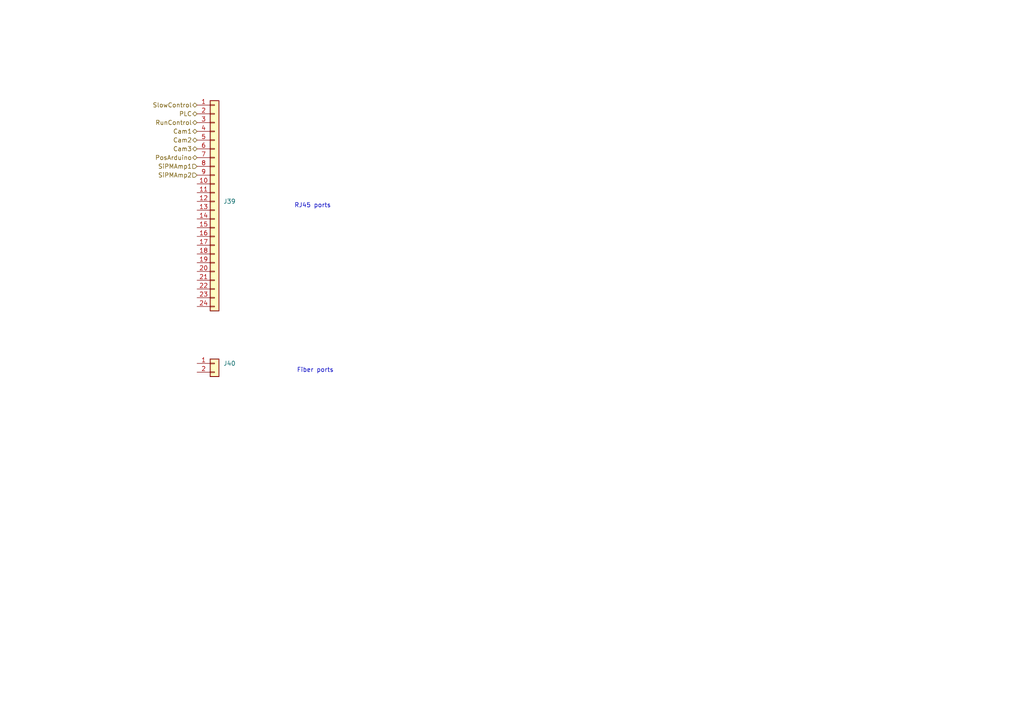
<source format=kicad_sch>
(kicad_sch
	(version 20231120)
	(generator "eeschema")
	(generator_version "8.0")
	(uuid "01f81cf9-3369-491a-b44e-afd2584e68ea")
	(paper "A4")
	(title_block
		(title "Instrumentation wiring drawing")
		(date "2024-06-21")
		(company "SBC")
		(comment 1 "Zhiheng Sheng")
	)
	(lib_symbols
		(symbol "Connector_Generic:Conn_01x02"
			(pin_names
				(offset 1.016) hide)
			(exclude_from_sim no)
			(in_bom yes)
			(on_board yes)
			(property "Reference" "J"
				(at 0 2.54 0)
				(effects
					(font
						(size 1.27 1.27)
					)
				)
			)
			(property "Value" "Conn_01x02"
				(at 0 -5.08 0)
				(effects
					(font
						(size 1.27 1.27)
					)
				)
			)
			(property "Footprint" ""
				(at 0 0 0)
				(effects
					(font
						(size 1.27 1.27)
					)
					(hide yes)
				)
			)
			(property "Datasheet" "~"
				(at 0 0 0)
				(effects
					(font
						(size 1.27 1.27)
					)
					(hide yes)
				)
			)
			(property "Description" "Generic connector, single row, 01x02, script generated (kicad-library-utils/schlib/autogen/connector/)"
				(at 0 0 0)
				(effects
					(font
						(size 1.27 1.27)
					)
					(hide yes)
				)
			)
			(property "ki_keywords" "connector"
				(at 0 0 0)
				(effects
					(font
						(size 1.27 1.27)
					)
					(hide yes)
				)
			)
			(property "ki_fp_filters" "Connector*:*_1x??_*"
				(at 0 0 0)
				(effects
					(font
						(size 1.27 1.27)
					)
					(hide yes)
				)
			)
			(symbol "Conn_01x02_1_1"
				(rectangle
					(start -1.27 -2.413)
					(end 0 -2.667)
					(stroke
						(width 0.1524)
						(type default)
					)
					(fill
						(type none)
					)
				)
				(rectangle
					(start -1.27 0.127)
					(end 0 -0.127)
					(stroke
						(width 0.1524)
						(type default)
					)
					(fill
						(type none)
					)
				)
				(rectangle
					(start -1.27 1.27)
					(end 1.27 -3.81)
					(stroke
						(width 0.254)
						(type default)
					)
					(fill
						(type background)
					)
				)
				(pin passive line
					(at -5.08 0 0)
					(length 3.81)
					(name "Pin_1"
						(effects
							(font
								(size 1.27 1.27)
							)
						)
					)
					(number "1"
						(effects
							(font
								(size 1.27 1.27)
							)
						)
					)
				)
				(pin passive line
					(at -5.08 -2.54 0)
					(length 3.81)
					(name "Pin_2"
						(effects
							(font
								(size 1.27 1.27)
							)
						)
					)
					(number "2"
						(effects
							(font
								(size 1.27 1.27)
							)
						)
					)
				)
			)
		)
		(symbol "Connector_Generic:Conn_01x24"
			(pin_names
				(offset 1.016) hide)
			(exclude_from_sim no)
			(in_bom yes)
			(on_board yes)
			(property "Reference" "J"
				(at 0 30.48 0)
				(effects
					(font
						(size 1.27 1.27)
					)
				)
			)
			(property "Value" "Conn_01x24"
				(at 0 -33.02 0)
				(effects
					(font
						(size 1.27 1.27)
					)
				)
			)
			(property "Footprint" ""
				(at 0 0 0)
				(effects
					(font
						(size 1.27 1.27)
					)
					(hide yes)
				)
			)
			(property "Datasheet" "~"
				(at 0 0 0)
				(effects
					(font
						(size 1.27 1.27)
					)
					(hide yes)
				)
			)
			(property "Description" "Generic connector, single row, 01x24, script generated (kicad-library-utils/schlib/autogen/connector/)"
				(at 0 0 0)
				(effects
					(font
						(size 1.27 1.27)
					)
					(hide yes)
				)
			)
			(property "ki_keywords" "connector"
				(at 0 0 0)
				(effects
					(font
						(size 1.27 1.27)
					)
					(hide yes)
				)
			)
			(property "ki_fp_filters" "Connector*:*_1x??_*"
				(at 0 0 0)
				(effects
					(font
						(size 1.27 1.27)
					)
					(hide yes)
				)
			)
			(symbol "Conn_01x24_1_1"
				(rectangle
					(start -1.27 -30.353)
					(end 0 -30.607)
					(stroke
						(width 0.1524)
						(type default)
					)
					(fill
						(type none)
					)
				)
				(rectangle
					(start -1.27 -27.813)
					(end 0 -28.067)
					(stroke
						(width 0.1524)
						(type default)
					)
					(fill
						(type none)
					)
				)
				(rectangle
					(start -1.27 -25.273)
					(end 0 -25.527)
					(stroke
						(width 0.1524)
						(type default)
					)
					(fill
						(type none)
					)
				)
				(rectangle
					(start -1.27 -22.733)
					(end 0 -22.987)
					(stroke
						(width 0.1524)
						(type default)
					)
					(fill
						(type none)
					)
				)
				(rectangle
					(start -1.27 -20.193)
					(end 0 -20.447)
					(stroke
						(width 0.1524)
						(type default)
					)
					(fill
						(type none)
					)
				)
				(rectangle
					(start -1.27 -17.653)
					(end 0 -17.907)
					(stroke
						(width 0.1524)
						(type default)
					)
					(fill
						(type none)
					)
				)
				(rectangle
					(start -1.27 -15.113)
					(end 0 -15.367)
					(stroke
						(width 0.1524)
						(type default)
					)
					(fill
						(type none)
					)
				)
				(rectangle
					(start -1.27 -12.573)
					(end 0 -12.827)
					(stroke
						(width 0.1524)
						(type default)
					)
					(fill
						(type none)
					)
				)
				(rectangle
					(start -1.27 -10.033)
					(end 0 -10.287)
					(stroke
						(width 0.1524)
						(type default)
					)
					(fill
						(type none)
					)
				)
				(rectangle
					(start -1.27 -7.493)
					(end 0 -7.747)
					(stroke
						(width 0.1524)
						(type default)
					)
					(fill
						(type none)
					)
				)
				(rectangle
					(start -1.27 -4.953)
					(end 0 -5.207)
					(stroke
						(width 0.1524)
						(type default)
					)
					(fill
						(type none)
					)
				)
				(rectangle
					(start -1.27 -2.413)
					(end 0 -2.667)
					(stroke
						(width 0.1524)
						(type default)
					)
					(fill
						(type none)
					)
				)
				(rectangle
					(start -1.27 0.127)
					(end 0 -0.127)
					(stroke
						(width 0.1524)
						(type default)
					)
					(fill
						(type none)
					)
				)
				(rectangle
					(start -1.27 2.667)
					(end 0 2.413)
					(stroke
						(width 0.1524)
						(type default)
					)
					(fill
						(type none)
					)
				)
				(rectangle
					(start -1.27 5.207)
					(end 0 4.953)
					(stroke
						(width 0.1524)
						(type default)
					)
					(fill
						(type none)
					)
				)
				(rectangle
					(start -1.27 7.747)
					(end 0 7.493)
					(stroke
						(width 0.1524)
						(type default)
					)
					(fill
						(type none)
					)
				)
				(rectangle
					(start -1.27 10.287)
					(end 0 10.033)
					(stroke
						(width 0.1524)
						(type default)
					)
					(fill
						(type none)
					)
				)
				(rectangle
					(start -1.27 12.827)
					(end 0 12.573)
					(stroke
						(width 0.1524)
						(type default)
					)
					(fill
						(type none)
					)
				)
				(rectangle
					(start -1.27 15.367)
					(end 0 15.113)
					(stroke
						(width 0.1524)
						(type default)
					)
					(fill
						(type none)
					)
				)
				(rectangle
					(start -1.27 17.907)
					(end 0 17.653)
					(stroke
						(width 0.1524)
						(type default)
					)
					(fill
						(type none)
					)
				)
				(rectangle
					(start -1.27 20.447)
					(end 0 20.193)
					(stroke
						(width 0.1524)
						(type default)
					)
					(fill
						(type none)
					)
				)
				(rectangle
					(start -1.27 22.987)
					(end 0 22.733)
					(stroke
						(width 0.1524)
						(type default)
					)
					(fill
						(type none)
					)
				)
				(rectangle
					(start -1.27 25.527)
					(end 0 25.273)
					(stroke
						(width 0.1524)
						(type default)
					)
					(fill
						(type none)
					)
				)
				(rectangle
					(start -1.27 28.067)
					(end 0 27.813)
					(stroke
						(width 0.1524)
						(type default)
					)
					(fill
						(type none)
					)
				)
				(rectangle
					(start -1.27 29.21)
					(end 1.27 -31.75)
					(stroke
						(width 0.254)
						(type default)
					)
					(fill
						(type background)
					)
				)
				(pin passive line
					(at -5.08 27.94 0)
					(length 3.81)
					(name "Pin_1"
						(effects
							(font
								(size 1.27 1.27)
							)
						)
					)
					(number "1"
						(effects
							(font
								(size 1.27 1.27)
							)
						)
					)
				)
				(pin passive line
					(at -5.08 5.08 0)
					(length 3.81)
					(name "Pin_10"
						(effects
							(font
								(size 1.27 1.27)
							)
						)
					)
					(number "10"
						(effects
							(font
								(size 1.27 1.27)
							)
						)
					)
				)
				(pin passive line
					(at -5.08 2.54 0)
					(length 3.81)
					(name "Pin_11"
						(effects
							(font
								(size 1.27 1.27)
							)
						)
					)
					(number "11"
						(effects
							(font
								(size 1.27 1.27)
							)
						)
					)
				)
				(pin passive line
					(at -5.08 0 0)
					(length 3.81)
					(name "Pin_12"
						(effects
							(font
								(size 1.27 1.27)
							)
						)
					)
					(number "12"
						(effects
							(font
								(size 1.27 1.27)
							)
						)
					)
				)
				(pin passive line
					(at -5.08 -2.54 0)
					(length 3.81)
					(name "Pin_13"
						(effects
							(font
								(size 1.27 1.27)
							)
						)
					)
					(number "13"
						(effects
							(font
								(size 1.27 1.27)
							)
						)
					)
				)
				(pin passive line
					(at -5.08 -5.08 0)
					(length 3.81)
					(name "Pin_14"
						(effects
							(font
								(size 1.27 1.27)
							)
						)
					)
					(number "14"
						(effects
							(font
								(size 1.27 1.27)
							)
						)
					)
				)
				(pin passive line
					(at -5.08 -7.62 0)
					(length 3.81)
					(name "Pin_15"
						(effects
							(font
								(size 1.27 1.27)
							)
						)
					)
					(number "15"
						(effects
							(font
								(size 1.27 1.27)
							)
						)
					)
				)
				(pin passive line
					(at -5.08 -10.16 0)
					(length 3.81)
					(name "Pin_16"
						(effects
							(font
								(size 1.27 1.27)
							)
						)
					)
					(number "16"
						(effects
							(font
								(size 1.27 1.27)
							)
						)
					)
				)
				(pin passive line
					(at -5.08 -12.7 0)
					(length 3.81)
					(name "Pin_17"
						(effects
							(font
								(size 1.27 1.27)
							)
						)
					)
					(number "17"
						(effects
							(font
								(size 1.27 1.27)
							)
						)
					)
				)
				(pin passive line
					(at -5.08 -15.24 0)
					(length 3.81)
					(name "Pin_18"
						(effects
							(font
								(size 1.27 1.27)
							)
						)
					)
					(number "18"
						(effects
							(font
								(size 1.27 1.27)
							)
						)
					)
				)
				(pin passive line
					(at -5.08 -17.78 0)
					(length 3.81)
					(name "Pin_19"
						(effects
							(font
								(size 1.27 1.27)
							)
						)
					)
					(number "19"
						(effects
							(font
								(size 1.27 1.27)
							)
						)
					)
				)
				(pin passive line
					(at -5.08 25.4 0)
					(length 3.81)
					(name "Pin_2"
						(effects
							(font
								(size 1.27 1.27)
							)
						)
					)
					(number "2"
						(effects
							(font
								(size 1.27 1.27)
							)
						)
					)
				)
				(pin passive line
					(at -5.08 -20.32 0)
					(length 3.81)
					(name "Pin_20"
						(effects
							(font
								(size 1.27 1.27)
							)
						)
					)
					(number "20"
						(effects
							(font
								(size 1.27 1.27)
							)
						)
					)
				)
				(pin passive line
					(at -5.08 -22.86 0)
					(length 3.81)
					(name "Pin_21"
						(effects
							(font
								(size 1.27 1.27)
							)
						)
					)
					(number "21"
						(effects
							(font
								(size 1.27 1.27)
							)
						)
					)
				)
				(pin passive line
					(at -5.08 -25.4 0)
					(length 3.81)
					(name "Pin_22"
						(effects
							(font
								(size 1.27 1.27)
							)
						)
					)
					(number "22"
						(effects
							(font
								(size 1.27 1.27)
							)
						)
					)
				)
				(pin passive line
					(at -5.08 -27.94 0)
					(length 3.81)
					(name "Pin_23"
						(effects
							(font
								(size 1.27 1.27)
							)
						)
					)
					(number "23"
						(effects
							(font
								(size 1.27 1.27)
							)
						)
					)
				)
				(pin passive line
					(at -5.08 -30.48 0)
					(length 3.81)
					(name "Pin_24"
						(effects
							(font
								(size 1.27 1.27)
							)
						)
					)
					(number "24"
						(effects
							(font
								(size 1.27 1.27)
							)
						)
					)
				)
				(pin passive line
					(at -5.08 22.86 0)
					(length 3.81)
					(name "Pin_3"
						(effects
							(font
								(size 1.27 1.27)
							)
						)
					)
					(number "3"
						(effects
							(font
								(size 1.27 1.27)
							)
						)
					)
				)
				(pin passive line
					(at -5.08 20.32 0)
					(length 3.81)
					(name "Pin_4"
						(effects
							(font
								(size 1.27 1.27)
							)
						)
					)
					(number "4"
						(effects
							(font
								(size 1.27 1.27)
							)
						)
					)
				)
				(pin passive line
					(at -5.08 17.78 0)
					(length 3.81)
					(name "Pin_5"
						(effects
							(font
								(size 1.27 1.27)
							)
						)
					)
					(number "5"
						(effects
							(font
								(size 1.27 1.27)
							)
						)
					)
				)
				(pin passive line
					(at -5.08 15.24 0)
					(length 3.81)
					(name "Pin_6"
						(effects
							(font
								(size 1.27 1.27)
							)
						)
					)
					(number "6"
						(effects
							(font
								(size 1.27 1.27)
							)
						)
					)
				)
				(pin passive line
					(at -5.08 12.7 0)
					(length 3.81)
					(name "Pin_7"
						(effects
							(font
								(size 1.27 1.27)
							)
						)
					)
					(number "7"
						(effects
							(font
								(size 1.27 1.27)
							)
						)
					)
				)
				(pin passive line
					(at -5.08 10.16 0)
					(length 3.81)
					(name "Pin_8"
						(effects
							(font
								(size 1.27 1.27)
							)
						)
					)
					(number "8"
						(effects
							(font
								(size 1.27 1.27)
							)
						)
					)
				)
				(pin passive line
					(at -5.08 7.62 0)
					(length 3.81)
					(name "Pin_9"
						(effects
							(font
								(size 1.27 1.27)
							)
						)
					)
					(number "9"
						(effects
							(font
								(size 1.27 1.27)
							)
						)
					)
				)
			)
		)
	)
	(text "Fiber ports"
		(exclude_from_sim no)
		(at 91.44 107.442 0)
		(effects
			(font
				(size 1.27 1.27)
			)
		)
		(uuid "d80ac3c9-a2d0-4b52-a816-27ca5543a947")
	)
	(text "RJ45 ports"
		(exclude_from_sim no)
		(at 90.678 59.69 0)
		(effects
			(font
				(size 1.27 1.27)
			)
		)
		(uuid "f2d33e20-5d34-45d7-8a72-c9a5af7ed76d")
	)
	(hierarchical_label "Cam2"
		(shape bidirectional)
		(at 57.15 40.64 180)
		(fields_autoplaced yes)
		(effects
			(font
				(size 1.27 1.27)
			)
			(justify right)
		)
		(uuid "4140622e-ad99-4c70-b995-5ecb849bb723")
	)
	(hierarchical_label "SiPMAmp1"
		(shape input)
		(at 57.15 48.26 180)
		(fields_autoplaced yes)
		(effects
			(font
				(size 1.27 1.27)
			)
			(justify right)
		)
		(uuid "6139caed-ffc1-45e2-9bf4-03773cabd70f")
	)
	(hierarchical_label "RunControl"
		(shape bidirectional)
		(at 57.15 35.56 180)
		(fields_autoplaced yes)
		(effects
			(font
				(size 1.27 1.27)
			)
			(justify right)
		)
		(uuid "61527ab9-343f-4b97-9014-45a1eccf2ca5")
	)
	(hierarchical_label "SlowControl"
		(shape bidirectional)
		(at 57.15 30.48 180)
		(fields_autoplaced yes)
		(effects
			(font
				(size 1.27 1.27)
			)
			(justify right)
		)
		(uuid "64df4c6b-5adf-4d81-a58f-2d6fa259dc1b")
	)
	(hierarchical_label "PLC"
		(shape bidirectional)
		(at 57.15 33.02 180)
		(fields_autoplaced yes)
		(effects
			(font
				(size 1.27 1.27)
			)
			(justify right)
		)
		(uuid "78740026-8113-4fdd-be95-e0316ddf84ce")
	)
	(hierarchical_label "SiPMAmp2"
		(shape input)
		(at 57.15 50.8 180)
		(fields_autoplaced yes)
		(effects
			(font
				(size 1.27 1.27)
			)
			(justify right)
		)
		(uuid "798f84c9-4b8a-4107-a702-3ead77f33fae")
	)
	(hierarchical_label "Cam1"
		(shape bidirectional)
		(at 57.15 38.1 180)
		(fields_autoplaced yes)
		(effects
			(font
				(size 1.27 1.27)
			)
			(justify right)
		)
		(uuid "ad659caf-ea63-45d9-83f8-3b013e47e035")
	)
	(hierarchical_label "Cam3"
		(shape bidirectional)
		(at 57.15 43.18 180)
		(fields_autoplaced yes)
		(effects
			(font
				(size 1.27 1.27)
			)
			(justify right)
		)
		(uuid "b6a9b558-63a1-47e0-96e4-321121a32d71")
	)
	(hierarchical_label "PosArduino"
		(shape bidirectional)
		(at 57.15 45.72 180)
		(fields_autoplaced yes)
		(effects
			(font
				(size 1.27 1.27)
			)
			(justify right)
		)
		(uuid "c03888b8-7ef4-4062-b2f5-9d4dd8012308")
	)
	(symbol
		(lib_id "Connector_Generic:Conn_01x24")
		(at 62.23 58.42 0)
		(unit 1)
		(exclude_from_sim no)
		(in_bom yes)
		(on_board yes)
		(dnp no)
		(fields_autoplaced yes)
		(uuid "0b416111-ca58-4530-a2fa-2b7700bab4ca")
		(property "Reference" "J39"
			(at 64.77 58.4199 0)
			(effects
				(font
					(size 1.27 1.27)
				)
				(justify left)
			)
		)
		(property "Value" "Conn_01x24"
			(at 64.77 60.9599 0)
			(effects
				(font
					(size 1.27 1.27)
				)
				(justify left)
				(hide yes)
			)
		)
		(property "Footprint" ""
			(at 62.23 58.42 0)
			(effects
				(font
					(size 1.27 1.27)
				)
				(hide yes)
			)
		)
		(property "Datasheet" "~"
			(at 62.23 58.42 0)
			(effects
				(font
					(size 1.27 1.27)
				)
				(hide yes)
			)
		)
		(property "Description" "Generic connector, single row, 01x24, script generated (kicad-library-utils/schlib/autogen/connector/)"
			(at 62.23 58.42 0)
			(effects
				(font
					(size 1.27 1.27)
				)
				(hide yes)
			)
		)
		(pin "5"
			(uuid "4b1f1529-7581-44f1-b4a3-821d1e951f10")
		)
		(pin "4"
			(uuid "adb75ffe-5154-494c-921c-91e0276506cd")
		)
		(pin "11"
			(uuid "85051b46-5518-4e91-a98f-5f0d7a88511b")
		)
		(pin "23"
			(uuid "e9b733a0-fdc5-4557-b7c4-0a32a21b1b88")
		)
		(pin "13"
			(uuid "8bfa43ba-8463-4c61-a87d-3b33eed52835")
		)
		(pin "16"
			(uuid "48a53d2c-e315-4dfa-b19e-7c493d08ceff")
		)
		(pin "7"
			(uuid "b5f2fc7a-ad0d-4bfe-8211-2c1477b649fd")
		)
		(pin "24"
			(uuid "24a18534-b1b1-4788-b7d8-ac99d7123922")
		)
		(pin "10"
			(uuid "b2844328-c0e6-4ee6-b0fd-a121bf33977a")
		)
		(pin "15"
			(uuid "396687a1-0130-4edf-ad06-34bb5986850c")
		)
		(pin "9"
			(uuid "7cc589eb-9eab-42a1-8ffb-bf2e36e514b9")
		)
		(pin "1"
			(uuid "bf2e336e-b102-405f-8655-07db8cd5d669")
		)
		(pin "20"
			(uuid "d573e9f3-5c68-4492-9888-f892f8bee681")
		)
		(pin "14"
			(uuid "03ec2256-8c90-4dad-87f7-c1634fc246ed")
		)
		(pin "18"
			(uuid "9a15b690-0f4f-4a9b-a18d-8d3a38496e31")
		)
		(pin "19"
			(uuid "bdc95819-4014-406c-b520-4d2063411583")
		)
		(pin "21"
			(uuid "6452edd8-6629-4f91-8086-cb7961dcbec7")
		)
		(pin "3"
			(uuid "47da581b-7272-4b4b-b2c5-e00ce59eb787")
		)
		(pin "2"
			(uuid "9d700ea7-b9ca-4999-b751-883e9867115b")
		)
		(pin "12"
			(uuid "6cf92cd6-5dd1-40ca-8fe8-5bb426e166b7")
		)
		(pin "22"
			(uuid "39b1d6d1-bc62-4c78-a5ce-25c560b75495")
		)
		(pin "8"
			(uuid "e7cbdc3a-7cc0-4aad-8079-a31c0831046c")
		)
		(pin "17"
			(uuid "60bb55f6-ae2f-4a02-8fa1-838b85040f0e")
		)
		(pin "6"
			(uuid "8a2eeb27-4ed1-441f-8ea0-c5718010830a")
		)
		(instances
			(project ""
				(path "/33b0be37-4aa5-415a-8914-5441d29c7862/09aaead1-c729-4ced-a6c4-6614beb076a8"
					(reference "J39")
					(unit 1)
				)
			)
		)
	)
	(symbol
		(lib_id "Connector_Generic:Conn_01x02")
		(at 62.23 105.41 0)
		(unit 1)
		(exclude_from_sim no)
		(in_bom yes)
		(on_board yes)
		(dnp no)
		(fields_autoplaced yes)
		(uuid "b1188b42-b9c2-474e-92c1-73f99b1d514c")
		(property "Reference" "J40"
			(at 64.77 105.4099 0)
			(effects
				(font
					(size 1.27 1.27)
				)
				(justify left)
			)
		)
		(property "Value" "Conn_01x02"
			(at 64.77 107.9499 0)
			(effects
				(font
					(size 1.27 1.27)
				)
				(justify left)
				(hide yes)
			)
		)
		(property "Footprint" ""
			(at 62.23 105.41 0)
			(effects
				(font
					(size 1.27 1.27)
				)
				(hide yes)
			)
		)
		(property "Datasheet" "~"
			(at 62.23 105.41 0)
			(effects
				(font
					(size 1.27 1.27)
				)
				(hide yes)
			)
		)
		(property "Description" "Generic connector, single row, 01x02, script generated (kicad-library-utils/schlib/autogen/connector/)"
			(at 62.23 105.41 0)
			(effects
				(font
					(size 1.27 1.27)
				)
				(hide yes)
			)
		)
		(pin "1"
			(uuid "9e56b0a4-e6cc-4b75-b626-9b7b83a3a75c")
		)
		(pin "2"
			(uuid "d12beadf-1f47-4194-bf15-010baacb0b79")
		)
		(instances
			(project ""
				(path "/33b0be37-4aa5-415a-8914-5441d29c7862/09aaead1-c729-4ced-a6c4-6614beb076a8"
					(reference "J40")
					(unit 1)
				)
			)
		)
	)
)

</source>
